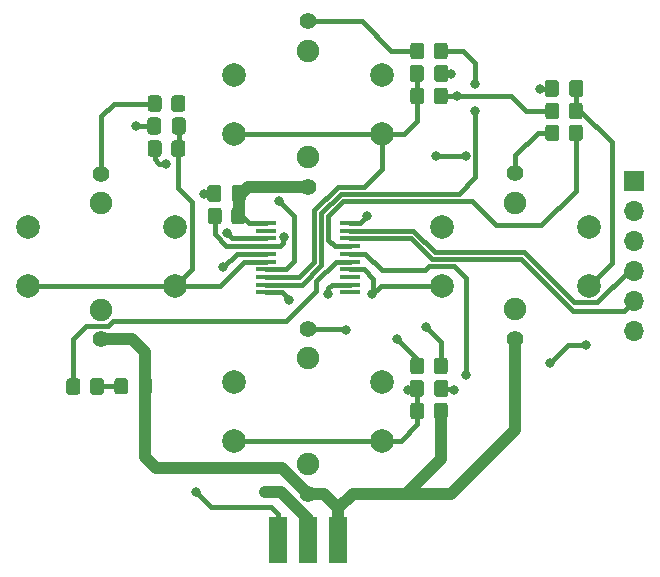
<source format=gtl>
G04 #@! TF.GenerationSoftware,KiCad,Pcbnew,(5.1.7)-1*
G04 #@! TF.CreationDate,2021-08-27T16:03:39+02:00*
G04 #@! TF.ProjectId,STEM,5354454d-2e6b-4696-9361-645f70636258,A*
G04 #@! TF.SameCoordinates,Original*
G04 #@! TF.FileFunction,Copper,L1,Top*
G04 #@! TF.FilePolarity,Positive*
%FSLAX46Y46*%
G04 Gerber Fmt 4.6, Leading zero omitted, Abs format (unit mm)*
G04 Created by KiCad (PCBNEW (5.1.7)-1) date 2021-08-27 16:03:39*
%MOMM*%
%LPD*%
G01*
G04 APERTURE LIST*
G04 #@! TA.AperFunction,WasherPad*
%ADD10C,1.900000*%
G04 #@! TD*
G04 #@! TA.AperFunction,ComponentPad*
%ADD11C,1.400000*%
G04 #@! TD*
G04 #@! TA.AperFunction,ComponentPad*
%ADD12C,2.000000*%
G04 #@! TD*
G04 #@! TA.AperFunction,ComponentPad*
%ADD13O,1.700000X1.700000*%
G04 #@! TD*
G04 #@! TA.AperFunction,ComponentPad*
%ADD14R,1.700000X1.700000*%
G04 #@! TD*
G04 #@! TA.AperFunction,SMDPad,CuDef*
%ADD15R,1.800000X0.450000*%
G04 #@! TD*
G04 #@! TA.AperFunction,SMDPad,CuDef*
%ADD16R,1.524000X4.000000*%
G04 #@! TD*
G04 #@! TA.AperFunction,ViaPad*
%ADD17C,0.800000*%
G04 #@! TD*
G04 #@! TA.AperFunction,Conductor*
%ADD18C,1.000000*%
G04 #@! TD*
G04 #@! TA.AperFunction,Conductor*
%ADD19C,0.400000*%
G04 #@! TD*
G04 APERTURE END LIST*
D10*
X122450000Y-132787000D03*
X122450000Y-123787000D03*
D11*
X122450000Y-121287000D03*
X122450000Y-135287000D03*
D12*
X116200000Y-125787000D03*
X116200000Y-130787000D03*
X128700000Y-125787000D03*
X128700000Y-130787000D03*
D10*
X140025000Y-119650000D03*
X140025000Y-110650000D03*
D11*
X140025000Y-108150000D03*
X140025000Y-122150000D03*
D12*
X133775000Y-112650000D03*
X133775000Y-117650000D03*
X146275000Y-112650000D03*
X146275000Y-117650000D03*
D10*
X104975000Y-119675000D03*
X104975000Y-110675000D03*
D11*
X104975000Y-108175000D03*
X104975000Y-122175000D03*
D12*
X98725000Y-112675000D03*
X98725000Y-117675000D03*
X111225000Y-112675000D03*
X111225000Y-117675000D03*
D10*
X122450000Y-106787000D03*
X122450000Y-97787000D03*
D11*
X122450000Y-95287000D03*
X122450000Y-109287000D03*
D12*
X116200000Y-99787000D03*
X116200000Y-104787000D03*
X128700000Y-99787000D03*
X128700000Y-104787000D03*
G04 #@! TA.AperFunction,SMDPad,CuDef*
G36*
G01*
X143745000Y-104264999D02*
X143745000Y-105165001D01*
G75*
G02*
X143495001Y-105415000I-249999J0D01*
G01*
X142794999Y-105415000D01*
G75*
G02*
X142545000Y-105165001I0J249999D01*
G01*
X142545000Y-104264999D01*
G75*
G02*
X142794999Y-104015000I249999J0D01*
G01*
X143495001Y-104015000D01*
G75*
G02*
X143745000Y-104264999I0J-249999D01*
G01*
G37*
G04 #@! TD.AperFunction*
G04 #@! TA.AperFunction,SMDPad,CuDef*
G36*
G01*
X145745000Y-104264999D02*
X145745000Y-105165001D01*
G75*
G02*
X145495001Y-105415000I-249999J0D01*
G01*
X144794999Y-105415000D01*
G75*
G02*
X144545000Y-105165001I0J249999D01*
G01*
X144545000Y-104264999D01*
G75*
G02*
X144794999Y-104015000I249999J0D01*
G01*
X145495001Y-104015000D01*
G75*
G02*
X145745000Y-104264999I0J-249999D01*
G01*
G37*
G04 #@! TD.AperFunction*
G04 #@! TA.AperFunction,SMDPad,CuDef*
G36*
G01*
X108890000Y-106495001D02*
X108890000Y-105594999D01*
G75*
G02*
X109139999Y-105345000I249999J0D01*
G01*
X109840001Y-105345000D01*
G75*
G02*
X110090000Y-105594999I0J-249999D01*
G01*
X110090000Y-106495001D01*
G75*
G02*
X109840001Y-106745000I-249999J0D01*
G01*
X109139999Y-106745000D01*
G75*
G02*
X108890000Y-106495001I0J249999D01*
G01*
G37*
G04 #@! TD.AperFunction*
G04 #@! TA.AperFunction,SMDPad,CuDef*
G36*
G01*
X110890000Y-106495001D02*
X110890000Y-105594999D01*
G75*
G02*
X111139999Y-105345000I249999J0D01*
G01*
X111840001Y-105345000D01*
G75*
G02*
X112090000Y-105594999I0J-249999D01*
G01*
X112090000Y-106495001D01*
G75*
G02*
X111840001Y-106745000I-249999J0D01*
G01*
X111139999Y-106745000D01*
G75*
G02*
X110890000Y-106495001I0J249999D01*
G01*
G37*
G04 #@! TD.AperFunction*
G04 #@! TA.AperFunction,SMDPad,CuDef*
G36*
G01*
X110940000Y-104615000D02*
X110940000Y-103665000D01*
G75*
G02*
X111190000Y-103415000I250000J0D01*
G01*
X111865000Y-103415000D01*
G75*
G02*
X112115000Y-103665000I0J-250000D01*
G01*
X112115000Y-104615000D01*
G75*
G02*
X111865000Y-104865000I-250000J0D01*
G01*
X111190000Y-104865000D01*
G75*
G02*
X110940000Y-104615000I0J250000D01*
G01*
G37*
G04 #@! TD.AperFunction*
G04 #@! TA.AperFunction,SMDPad,CuDef*
G36*
G01*
X108865000Y-104615000D02*
X108865000Y-103665000D01*
G75*
G02*
X109115000Y-103415000I250000J0D01*
G01*
X109790000Y-103415000D01*
G75*
G02*
X110040000Y-103665000I0J-250000D01*
G01*
X110040000Y-104615000D01*
G75*
G02*
X109790000Y-104865000I-250000J0D01*
G01*
X109115000Y-104865000D01*
G75*
G02*
X108865000Y-104615000I0J250000D01*
G01*
G37*
G04 #@! TD.AperFunction*
G04 #@! TA.AperFunction,SMDPad,CuDef*
G36*
G01*
X134315000Y-124009999D02*
X134315000Y-124910001D01*
G75*
G02*
X134065001Y-125160000I-249999J0D01*
G01*
X133364999Y-125160000D01*
G75*
G02*
X133115000Y-124910001I0J249999D01*
G01*
X133115000Y-124009999D01*
G75*
G02*
X133364999Y-123760000I249999J0D01*
G01*
X134065001Y-123760000D01*
G75*
G02*
X134315000Y-124009999I0J-249999D01*
G01*
G37*
G04 #@! TD.AperFunction*
G04 #@! TA.AperFunction,SMDPad,CuDef*
G36*
G01*
X132315000Y-124009999D02*
X132315000Y-124910001D01*
G75*
G02*
X132065001Y-125160000I-249999J0D01*
G01*
X131364999Y-125160000D01*
G75*
G02*
X131115000Y-124910001I0J249999D01*
G01*
X131115000Y-124009999D01*
G75*
G02*
X131364999Y-123760000I249999J0D01*
G01*
X132065001Y-123760000D01*
G75*
G02*
X132315000Y-124009999I0J-249999D01*
G01*
G37*
G04 #@! TD.AperFunction*
D13*
X150100000Y-121469600D03*
X150100000Y-118929600D03*
X150100000Y-116389600D03*
X150100000Y-113849600D03*
X150100000Y-111309600D03*
D14*
X150100000Y-108769600D03*
G04 #@! TA.AperFunction,SMDPad,CuDef*
G36*
G01*
X104000000Y-126648001D02*
X104000000Y-125747999D01*
G75*
G02*
X104249999Y-125498000I249999J0D01*
G01*
X104950001Y-125498000D01*
G75*
G02*
X105200000Y-125747999I0J-249999D01*
G01*
X105200000Y-126648001D01*
G75*
G02*
X104950001Y-126898000I-249999J0D01*
G01*
X104249999Y-126898000D01*
G75*
G02*
X104000000Y-126648001I0J249999D01*
G01*
G37*
G04 #@! TD.AperFunction*
G04 #@! TA.AperFunction,SMDPad,CuDef*
G36*
G01*
X102000000Y-126648001D02*
X102000000Y-125747999D01*
G75*
G02*
X102249999Y-125498000I249999J0D01*
G01*
X102950001Y-125498000D01*
G75*
G02*
X103200000Y-125747999I0J-249999D01*
G01*
X103200000Y-126648001D01*
G75*
G02*
X102950001Y-126898000I-249999J0D01*
G01*
X102249999Y-126898000D01*
G75*
G02*
X102000000Y-126648001I0J249999D01*
G01*
G37*
G04 #@! TD.AperFunction*
G04 #@! TA.AperFunction,SMDPad,CuDef*
G36*
G01*
X117195000Y-109380000D02*
X117195000Y-110330000D01*
G75*
G02*
X116945000Y-110580000I-250000J0D01*
G01*
X116270000Y-110580000D01*
G75*
G02*
X116020000Y-110330000I0J250000D01*
G01*
X116020000Y-109380000D01*
G75*
G02*
X116270000Y-109130000I250000J0D01*
G01*
X116945000Y-109130000D01*
G75*
G02*
X117195000Y-109380000I0J-250000D01*
G01*
G37*
G04 #@! TD.AperFunction*
G04 #@! TA.AperFunction,SMDPad,CuDef*
G36*
G01*
X115120000Y-109380000D02*
X115120000Y-110330000D01*
G75*
G02*
X114870000Y-110580000I-250000J0D01*
G01*
X114195000Y-110580000D01*
G75*
G02*
X113945000Y-110330000I0J250000D01*
G01*
X113945000Y-109380000D01*
G75*
G02*
X114195000Y-109130000I250000J0D01*
G01*
X114870000Y-109130000D01*
G75*
G02*
X115120000Y-109380000I0J-250000D01*
G01*
G37*
G04 #@! TD.AperFunction*
G04 #@! TA.AperFunction,SMDPad,CuDef*
G36*
G01*
X108130000Y-126618001D02*
X108130000Y-125717999D01*
G75*
G02*
X108379999Y-125468000I249999J0D01*
G01*
X109030001Y-125468000D01*
G75*
G02*
X109280000Y-125717999I0J-249999D01*
G01*
X109280000Y-126618001D01*
G75*
G02*
X109030001Y-126868000I-249999J0D01*
G01*
X108379999Y-126868000D01*
G75*
G02*
X108130000Y-126618001I0J249999D01*
G01*
G37*
G04 #@! TD.AperFunction*
G04 #@! TA.AperFunction,SMDPad,CuDef*
G36*
G01*
X106080000Y-126618001D02*
X106080000Y-125717999D01*
G75*
G02*
X106329999Y-125468000I249999J0D01*
G01*
X106980001Y-125468000D01*
G75*
G02*
X107230000Y-125717999I0J-249999D01*
G01*
X107230000Y-126618001D01*
G75*
G02*
X106980001Y-126868000I-249999J0D01*
G01*
X106329999Y-126868000D01*
G75*
G02*
X106080000Y-126618001I0J249999D01*
G01*
G37*
G04 #@! TD.AperFunction*
G04 #@! TA.AperFunction,SMDPad,CuDef*
G36*
G01*
X132315000Y-127819999D02*
X132315000Y-128720001D01*
G75*
G02*
X132065001Y-128970000I-249999J0D01*
G01*
X131364999Y-128970000D01*
G75*
G02*
X131115000Y-128720001I0J249999D01*
G01*
X131115000Y-127819999D01*
G75*
G02*
X131364999Y-127570000I249999J0D01*
G01*
X132065001Y-127570000D01*
G75*
G02*
X132315000Y-127819999I0J-249999D01*
G01*
G37*
G04 #@! TD.AperFunction*
G04 #@! TA.AperFunction,SMDPad,CuDef*
G36*
G01*
X134315000Y-127819999D02*
X134315000Y-128720001D01*
G75*
G02*
X134065001Y-128970000I-249999J0D01*
G01*
X133364999Y-128970000D01*
G75*
G02*
X133115000Y-128720001I0J249999D01*
G01*
X133115000Y-127819999D01*
G75*
G02*
X133364999Y-127570000I249999J0D01*
G01*
X134065001Y-127570000D01*
G75*
G02*
X134315000Y-127819999I0J-249999D01*
G01*
G37*
G04 #@! TD.AperFunction*
G04 #@! TA.AperFunction,SMDPad,CuDef*
G36*
G01*
X132315000Y-97339999D02*
X132315000Y-98240001D01*
G75*
G02*
X132065001Y-98490000I-249999J0D01*
G01*
X131364999Y-98490000D01*
G75*
G02*
X131115000Y-98240001I0J249999D01*
G01*
X131115000Y-97339999D01*
G75*
G02*
X131364999Y-97090000I249999J0D01*
G01*
X132065001Y-97090000D01*
G75*
G02*
X132315000Y-97339999I0J-249999D01*
G01*
G37*
G04 #@! TD.AperFunction*
G04 #@! TA.AperFunction,SMDPad,CuDef*
G36*
G01*
X134315000Y-97339999D02*
X134315000Y-98240001D01*
G75*
G02*
X134065001Y-98490000I-249999J0D01*
G01*
X133364999Y-98490000D01*
G75*
G02*
X133115000Y-98240001I0J249999D01*
G01*
X133115000Y-97339999D01*
G75*
G02*
X133364999Y-97090000I249999J0D01*
G01*
X134065001Y-97090000D01*
G75*
G02*
X134315000Y-97339999I0J-249999D01*
G01*
G37*
G04 #@! TD.AperFunction*
D15*
X118900000Y-112362000D03*
X118900000Y-113012000D03*
X118900000Y-113662000D03*
X118900000Y-114312000D03*
X118900000Y-114962000D03*
X118900000Y-115612000D03*
X118900000Y-116262000D03*
X118900000Y-116912000D03*
X118900000Y-117562000D03*
X118900000Y-118212000D03*
X126000000Y-118212000D03*
X126000000Y-117562000D03*
X126000000Y-116912000D03*
X126000000Y-116262000D03*
X126000000Y-115612000D03*
X126000000Y-114962000D03*
X126000000Y-114312000D03*
X126000000Y-113662000D03*
X126000000Y-113012000D03*
X126000000Y-112362000D03*
G04 #@! TA.AperFunction,SMDPad,CuDef*
G36*
G01*
X117170000Y-111309999D02*
X117170000Y-112210001D01*
G75*
G02*
X116920001Y-112460000I-249999J0D01*
G01*
X116219999Y-112460000D01*
G75*
G02*
X115970000Y-112210001I0J249999D01*
G01*
X115970000Y-111309999D01*
G75*
G02*
X116219999Y-111060000I249999J0D01*
G01*
X116920001Y-111060000D01*
G75*
G02*
X117170000Y-111309999I0J-249999D01*
G01*
G37*
G04 #@! TD.AperFunction*
G04 #@! TA.AperFunction,SMDPad,CuDef*
G36*
G01*
X115170000Y-111309999D02*
X115170000Y-112210001D01*
G75*
G02*
X114920001Y-112460000I-249999J0D01*
G01*
X114219999Y-112460000D01*
G75*
G02*
X113970000Y-112210001I0J249999D01*
G01*
X113970000Y-111309999D01*
G75*
G02*
X114219999Y-111060000I249999J0D01*
G01*
X114920001Y-111060000D01*
G75*
G02*
X115170000Y-111309999I0J-249999D01*
G01*
G37*
G04 #@! TD.AperFunction*
G04 #@! TA.AperFunction,SMDPad,CuDef*
G36*
G01*
X142545000Y-103320001D02*
X142545000Y-102419999D01*
G75*
G02*
X142794999Y-102170000I249999J0D01*
G01*
X143495001Y-102170000D01*
G75*
G02*
X143745000Y-102419999I0J-249999D01*
G01*
X143745000Y-103320001D01*
G75*
G02*
X143495001Y-103570000I-249999J0D01*
G01*
X142794999Y-103570000D01*
G75*
G02*
X142545000Y-103320001I0J249999D01*
G01*
G37*
G04 #@! TD.AperFunction*
G04 #@! TA.AperFunction,SMDPad,CuDef*
G36*
G01*
X144545000Y-103320001D02*
X144545000Y-102419999D01*
G75*
G02*
X144794999Y-102170000I249999J0D01*
G01*
X145495001Y-102170000D01*
G75*
G02*
X145745000Y-102419999I0J-249999D01*
G01*
X145745000Y-103320001D01*
G75*
G02*
X145495001Y-103570000I-249999J0D01*
G01*
X144794999Y-103570000D01*
G75*
G02*
X144545000Y-103320001I0J249999D01*
G01*
G37*
G04 #@! TD.AperFunction*
G04 #@! TA.AperFunction,SMDPad,CuDef*
G36*
G01*
X134340000Y-125890000D02*
X134340000Y-126840000D01*
G75*
G02*
X134090000Y-127090000I-250000J0D01*
G01*
X133415000Y-127090000D01*
G75*
G02*
X133165000Y-126840000I0J250000D01*
G01*
X133165000Y-125890000D01*
G75*
G02*
X133415000Y-125640000I250000J0D01*
G01*
X134090000Y-125640000D01*
G75*
G02*
X134340000Y-125890000I0J-250000D01*
G01*
G37*
G04 #@! TD.AperFunction*
G04 #@! TA.AperFunction,SMDPad,CuDef*
G36*
G01*
X132265000Y-125890000D02*
X132265000Y-126840000D01*
G75*
G02*
X132015000Y-127090000I-250000J0D01*
G01*
X131340000Y-127090000D01*
G75*
G02*
X131090000Y-126840000I0J250000D01*
G01*
X131090000Y-125890000D01*
G75*
G02*
X131340000Y-125640000I250000J0D01*
G01*
X132015000Y-125640000D01*
G75*
G02*
X132265000Y-125890000I0J-250000D01*
G01*
G37*
G04 #@! TD.AperFunction*
G04 #@! TA.AperFunction,SMDPad,CuDef*
G36*
G01*
X134315000Y-101149999D02*
X134315000Y-102050001D01*
G75*
G02*
X134065001Y-102300000I-249999J0D01*
G01*
X133364999Y-102300000D01*
G75*
G02*
X133115000Y-102050001I0J249999D01*
G01*
X133115000Y-101149999D01*
G75*
G02*
X133364999Y-100900000I249999J0D01*
G01*
X134065001Y-100900000D01*
G75*
G02*
X134315000Y-101149999I0J-249999D01*
G01*
G37*
G04 #@! TD.AperFunction*
G04 #@! TA.AperFunction,SMDPad,CuDef*
G36*
G01*
X132315000Y-101149999D02*
X132315000Y-102050001D01*
G75*
G02*
X132065001Y-102300000I-249999J0D01*
G01*
X131364999Y-102300000D01*
G75*
G02*
X131115000Y-102050001I0J249999D01*
G01*
X131115000Y-101149999D01*
G75*
G02*
X131364999Y-100900000I249999J0D01*
G01*
X132065001Y-100900000D01*
G75*
G02*
X132315000Y-101149999I0J-249999D01*
G01*
G37*
G04 #@! TD.AperFunction*
G04 #@! TA.AperFunction,SMDPad,CuDef*
G36*
G01*
X110090000Y-101784999D02*
X110090000Y-102685001D01*
G75*
G02*
X109840001Y-102935000I-249999J0D01*
G01*
X109139999Y-102935000D01*
G75*
G02*
X108890000Y-102685001I0J249999D01*
G01*
X108890000Y-101784999D01*
G75*
G02*
X109139999Y-101535000I249999J0D01*
G01*
X109840001Y-101535000D01*
G75*
G02*
X110090000Y-101784999I0J-249999D01*
G01*
G37*
G04 #@! TD.AperFunction*
G04 #@! TA.AperFunction,SMDPad,CuDef*
G36*
G01*
X112090000Y-101784999D02*
X112090000Y-102685001D01*
G75*
G02*
X111840001Y-102935000I-249999J0D01*
G01*
X111139999Y-102935000D01*
G75*
G02*
X110890000Y-102685001I0J249999D01*
G01*
X110890000Y-101784999D01*
G75*
G02*
X111139999Y-101535000I249999J0D01*
G01*
X111840001Y-101535000D01*
G75*
G02*
X112090000Y-101784999I0J-249999D01*
G01*
G37*
G04 #@! TD.AperFunction*
G04 #@! TA.AperFunction,SMDPad,CuDef*
G36*
G01*
X134340000Y-99220000D02*
X134340000Y-100170000D01*
G75*
G02*
X134090000Y-100420000I-250000J0D01*
G01*
X133415000Y-100420000D01*
G75*
G02*
X133165000Y-100170000I0J250000D01*
G01*
X133165000Y-99220000D01*
G75*
G02*
X133415000Y-98970000I250000J0D01*
G01*
X134090000Y-98970000D01*
G75*
G02*
X134340000Y-99220000I0J-250000D01*
G01*
G37*
G04 #@! TD.AperFunction*
G04 #@! TA.AperFunction,SMDPad,CuDef*
G36*
G01*
X132265000Y-99220000D02*
X132265000Y-100170000D01*
G75*
G02*
X132015000Y-100420000I-250000J0D01*
G01*
X131340000Y-100420000D01*
G75*
G02*
X131090000Y-100170000I0J250000D01*
G01*
X131090000Y-99220000D01*
G75*
G02*
X131340000Y-98970000I250000J0D01*
G01*
X132015000Y-98970000D01*
G75*
G02*
X132265000Y-99220000I0J-250000D01*
G01*
G37*
G04 #@! TD.AperFunction*
D16*
X119960000Y-139158000D03*
X122500000Y-139158000D03*
X125040000Y-139158000D03*
G04 #@! TA.AperFunction,SMDPad,CuDef*
G36*
G01*
X144595000Y-101440000D02*
X144595000Y-100490000D01*
G75*
G02*
X144845000Y-100240000I250000J0D01*
G01*
X145520000Y-100240000D01*
G75*
G02*
X145770000Y-100490000I0J-250000D01*
G01*
X145770000Y-101440000D01*
G75*
G02*
X145520000Y-101690000I-250000J0D01*
G01*
X144845000Y-101690000D01*
G75*
G02*
X144595000Y-101440000I0J250000D01*
G01*
G37*
G04 #@! TD.AperFunction*
G04 #@! TA.AperFunction,SMDPad,CuDef*
G36*
G01*
X142520000Y-101440000D02*
X142520000Y-100490000D01*
G75*
G02*
X142770000Y-100240000I250000J0D01*
G01*
X143445000Y-100240000D01*
G75*
G02*
X143695000Y-100490000I0J-250000D01*
G01*
X143695000Y-101440000D01*
G75*
G02*
X143445000Y-101690000I-250000J0D01*
G01*
X142770000Y-101690000D01*
G75*
G02*
X142520000Y-101440000I0J250000D01*
G01*
G37*
G04 #@! TD.AperFunction*
D17*
X110490000Y-107315000D03*
X118177000Y-109287000D03*
X135128000Y-101600000D03*
X107950000Y-104140000D03*
X134620000Y-99695000D03*
X127442000Y-111760000D03*
X134874000Y-126492000D03*
X113665000Y-109855000D03*
X142113000Y-100965000D03*
X118872000Y-135128000D03*
X120400002Y-113538000D03*
X133350000Y-106680000D03*
X135852000Y-106680000D03*
X113030000Y-135128000D03*
X115627686Y-113226314D03*
X120904000Y-118872000D03*
X124206000Y-118364000D03*
X115316000Y-116078000D03*
X132466802Y-121152188D03*
X120015000Y-110490000D03*
X111490000Y-102235000D03*
X136652000Y-102870000D03*
X136652000Y-100584000D03*
X127900000Y-118364000D03*
X143002000Y-124206000D03*
X146050000Y-122720010D03*
X135850000Y-125250000D03*
X130900000Y-126475000D03*
X130048000Y-122174000D03*
X125730000Y-121412000D03*
D18*
X104975000Y-122175000D02*
X107570000Y-122175000D01*
X108705000Y-123310000D02*
X108705000Y-126168000D01*
X107570000Y-122175000D02*
X108705000Y-123310000D01*
X125040000Y-137675998D02*
X125040000Y-139158000D01*
X108705000Y-126168000D02*
X108705000Y-132200000D01*
X122450000Y-135287000D02*
X123857000Y-135287000D01*
X125040000Y-136470000D02*
X125040000Y-139158000D01*
X123857000Y-135287000D02*
X125040000Y-136470000D01*
X140025000Y-122150000D02*
X140025000Y-129850000D01*
X140025000Y-129850000D02*
X134620000Y-135255000D01*
X126255000Y-135255000D02*
X125040000Y-136470000D01*
X133715000Y-132350000D02*
X130810000Y-135255000D01*
X133715000Y-128270000D02*
X133715000Y-132350000D01*
X130810000Y-135255000D02*
X126255000Y-135255000D01*
X134620000Y-135255000D02*
X130810000Y-135255000D01*
X116607500Y-111722500D02*
X116570000Y-111760000D01*
X116607500Y-109855000D02*
X116607500Y-111722500D01*
X116607500Y-109855000D02*
X116840000Y-109855000D01*
X116840000Y-109855000D02*
X117408000Y-109287000D01*
D19*
X109490000Y-106045000D02*
X109490000Y-106950000D01*
X109855000Y-107315000D02*
X110490000Y-107315000D01*
X109490000Y-106950000D02*
X109855000Y-107315000D01*
D18*
X118177000Y-109287000D02*
X122450000Y-109287000D01*
X117408000Y-109287000D02*
X118177000Y-109287000D01*
D19*
X118900000Y-112362000D02*
X117508000Y-112362000D01*
X116906000Y-111760000D02*
X116570000Y-111760000D01*
X117508000Y-112362000D02*
X116906000Y-111760000D01*
X140970000Y-102870000D02*
X143145000Y-102870000D01*
X139700000Y-101600000D02*
X140970000Y-102870000D01*
X135128000Y-101600000D02*
X139700000Y-101600000D01*
X133715000Y-101600000D02*
X135128000Y-101600000D01*
D18*
X122450000Y-135287000D02*
X120259000Y-133096000D01*
X109601000Y-133096000D02*
X108705000Y-132200000D01*
X120259000Y-133096000D02*
X109601000Y-133096000D01*
D19*
X109452500Y-104140000D02*
X107950000Y-104140000D01*
X133752500Y-99695000D02*
X134620000Y-99695000D01*
X126840000Y-112362000D02*
X127442000Y-111760000D01*
X126000000Y-112362000D02*
X126840000Y-112362000D01*
X133752500Y-126365000D02*
X134493000Y-126365000D01*
X134620000Y-126492000D02*
X134874000Y-126492000D01*
X134493000Y-126365000D02*
X134620000Y-126492000D01*
X114532500Y-109855000D02*
X113665000Y-109855000D01*
X143107500Y-100965000D02*
X142113000Y-100965000D01*
D18*
X122500000Y-139158000D02*
X122500000Y-137409002D01*
X122500000Y-137409002D02*
X120218998Y-135128000D01*
X120218998Y-135128000D02*
X118872000Y-135128000D01*
D19*
X117600000Y-114312000D02*
X117588000Y-114300000D01*
X118900000Y-114312000D02*
X117600000Y-114312000D01*
X117588000Y-114300000D02*
X115570000Y-114300000D01*
X114570000Y-113300000D02*
X114570000Y-111760000D01*
X115570000Y-114300000D02*
X114570000Y-113300000D01*
X120095002Y-114312000D02*
X120396000Y-114011002D01*
X118900000Y-114312000D02*
X120095002Y-114312000D01*
X120396000Y-113542002D02*
X120400002Y-113538000D01*
X120396000Y-114011002D02*
X120396000Y-113542002D01*
X135890000Y-106680000D02*
X135852000Y-106680000D01*
X133350000Y-106680000D02*
X135890000Y-106680000D01*
X102600000Y-122190000D02*
X102600000Y-126198000D01*
X103715001Y-121074999D02*
X102600000Y-122190000D01*
X105573003Y-121074999D02*
X103715001Y-121074999D01*
X105998002Y-120650000D02*
X105573003Y-121074999D01*
X120650000Y-120650000D02*
X105998002Y-120650000D01*
X123190000Y-117226998D02*
X123190000Y-118110000D01*
X124804998Y-115612000D02*
X123190000Y-117226998D01*
X123190000Y-118110000D02*
X120650000Y-120650000D01*
X126000000Y-115612000D02*
X124804998Y-115612000D01*
X126000000Y-113662000D02*
X131188000Y-113662000D01*
X144907555Y-119779599D02*
X149250001Y-119779599D01*
X132934011Y-115408011D02*
X140535968Y-115408011D01*
X140535968Y-115408011D02*
X144907555Y-119779599D01*
X131188000Y-113662000D02*
X132934011Y-115408011D01*
X149250001Y-119779599D02*
X150100000Y-118929600D01*
X146947001Y-119050001D02*
X149607402Y-116389600D01*
X145026500Y-119050001D02*
X146947001Y-119050001D01*
X131386543Y-113012000D02*
X133182543Y-114808000D01*
X126000000Y-113012000D02*
X131386543Y-113012000D01*
X149607402Y-116389600D02*
X150100000Y-116389600D01*
X133182543Y-114808000D02*
X140784499Y-114808000D01*
X140784499Y-114808000D02*
X145026500Y-119050001D01*
X143145000Y-104715000D02*
X141919000Y-104715000D01*
X140025000Y-106609000D02*
X140025000Y-108150000D01*
X141919000Y-104715000D02*
X140025000Y-106609000D01*
X119960000Y-139158000D02*
X119960000Y-136978000D01*
X119960000Y-136978000D02*
X119380000Y-136398000D01*
X119380000Y-136398000D02*
X114300000Y-136398000D01*
X114300000Y-136398000D02*
X113030000Y-135128000D01*
X116063372Y-113662000D02*
X115627686Y-113226314D01*
X118900000Y-113662000D02*
X116063372Y-113662000D01*
X118900000Y-118212000D02*
X120244000Y-118212000D01*
X120244000Y-118212000D02*
X120904000Y-118872000D01*
X126000000Y-117562000D02*
X124500000Y-117562000D01*
X124206000Y-117856000D02*
X124206000Y-118364000D01*
X124500000Y-117562000D02*
X124206000Y-117856000D01*
X118900000Y-114962000D02*
X116432000Y-114962000D01*
X116432000Y-114962000D02*
X115316000Y-116078000D01*
X133715000Y-122400386D02*
X132466802Y-121152188D01*
X133715000Y-124460000D02*
X133715000Y-122400386D01*
X111527500Y-106007500D02*
X111490000Y-106045000D01*
X111527500Y-104140000D02*
X111527500Y-106007500D01*
X117052000Y-115612000D02*
X118900000Y-115612000D01*
X114989000Y-117675000D02*
X117052000Y-115612000D01*
X111225000Y-117675000D02*
X114989000Y-117675000D01*
X98725000Y-117675000D02*
X111225000Y-117675000D01*
X112625001Y-116274999D02*
X111225000Y-117675000D01*
X112625001Y-110550001D02*
X112625001Y-116274999D01*
X111490000Y-109415000D02*
X112625001Y-110550001D01*
X111490000Y-106045000D02*
X111490000Y-109415000D01*
X118900000Y-116262000D02*
X120593000Y-116262000D01*
X120593000Y-116262000D02*
X121285000Y-115570000D01*
X121285000Y-115570000D02*
X121285000Y-111760000D01*
X121285000Y-111760000D02*
X120015000Y-110490000D01*
X131585500Y-99787000D02*
X131677500Y-99695000D01*
X131677500Y-101562500D02*
X131715000Y-101600000D01*
X131677500Y-99695000D02*
X131677500Y-101562500D01*
X120263990Y-116961990D02*
X121711468Y-116961990D01*
X120214000Y-116912000D02*
X120263990Y-116961990D01*
X128700000Y-107774000D02*
X128700000Y-104787000D01*
X118900000Y-116912000D02*
X120214000Y-116912000D01*
X121711468Y-116961990D02*
X123005980Y-115667478D01*
X123005980Y-115667478D02*
X123005981Y-111262935D01*
X123005981Y-111262935D02*
X124978936Y-109289980D01*
X124978936Y-109289980D02*
X127184020Y-109289980D01*
X127184020Y-109289980D02*
X128700000Y-107774000D01*
X116200000Y-104787000D02*
X128700000Y-104787000D01*
X131715000Y-101600000D02*
X131715000Y-103685000D01*
X130613000Y-104787000D02*
X128700000Y-104787000D01*
X131715000Y-103685000D02*
X130613000Y-104787000D01*
X133715000Y-97790000D02*
X135636000Y-97790000D01*
X136652000Y-98806000D02*
X135636000Y-97790000D01*
X136652000Y-100584000D02*
X136652000Y-98806000D01*
X125227468Y-109889990D02*
X131410010Y-109889990D01*
X123605990Y-111511468D02*
X125227468Y-109889990D01*
X118900000Y-117562000D02*
X121960000Y-117562000D01*
X121960000Y-117562000D02*
X123605990Y-115916010D01*
X135220010Y-109889990D02*
X136652000Y-108458000D01*
X131410010Y-109889990D02*
X135128000Y-109889990D01*
X123605990Y-115916010D02*
X123605990Y-111511468D01*
X135128000Y-109889990D02*
X135220010Y-109889990D01*
X136652000Y-108458000D02*
X136652000Y-102870000D01*
X145145000Y-101002500D02*
X145182500Y-100965000D01*
X145145000Y-102870000D02*
X145145000Y-101002500D01*
X127195002Y-116262000D02*
X128016000Y-117082998D01*
X126000000Y-116262000D02*
X127195002Y-116262000D01*
X128016000Y-118248000D02*
X127900000Y-118364000D01*
X128016000Y-117082998D02*
X128016000Y-118248000D01*
X143002000Y-124206000D02*
X144487990Y-122720010D01*
X144487990Y-122720010D02*
X146050000Y-122720010D01*
X145542000Y-102870000D02*
X145145000Y-102870000D01*
X148200000Y-105528000D02*
X145542000Y-102870000D01*
X148200000Y-115725000D02*
X148200000Y-105528000D01*
X146275000Y-117650000D02*
X148200000Y-115725000D01*
X128614000Y-117650000D02*
X127900000Y-118364000D01*
X133775000Y-117650000D02*
X128614000Y-117650000D01*
X131677500Y-128232500D02*
X131715000Y-128270000D01*
X131677500Y-126365000D02*
X131677500Y-128232500D01*
X127300000Y-114962000D02*
X128700000Y-116362000D01*
X126000000Y-114962000D02*
X127300000Y-114962000D01*
X116200000Y-130787000D02*
X128700000Y-130787000D01*
X132363000Y-116362000D02*
X132716979Y-116008021D01*
X128700000Y-116362000D02*
X132363000Y-116362000D01*
X132716979Y-116008021D02*
X134858021Y-116008021D01*
X134858021Y-116008021D02*
X135850000Y-117000000D01*
X135850000Y-117000000D02*
X135850000Y-125225000D01*
X135850000Y-125225000D02*
X135850000Y-125250000D01*
X131567500Y-126475000D02*
X131677500Y-126365000D01*
X130900000Y-126475000D02*
X131567500Y-126475000D01*
X128700000Y-130787000D02*
X130338000Y-130787000D01*
X131715000Y-129410000D02*
X131715000Y-128270000D01*
X130338000Y-130787000D02*
X131715000Y-129410000D01*
X126000000Y-114312000D02*
X124726000Y-114312000D01*
X124726000Y-114312000D02*
X124206000Y-113792000D01*
X124206000Y-113792000D02*
X124206000Y-111760000D01*
X124206000Y-111760000D02*
X125476000Y-110490000D01*
X125476000Y-110490000D02*
X136398000Y-110490000D01*
X136398000Y-110490000D02*
X138430000Y-112522000D01*
X138430000Y-112522000D02*
X142240000Y-112522000D01*
X145145000Y-109617000D02*
X145145000Y-104715000D01*
X142240000Y-112522000D02*
X145145000Y-109617000D01*
X122450000Y-95287000D02*
X127037000Y-95287000D01*
X129540000Y-97790000D02*
X131715000Y-97790000D01*
X127037000Y-95287000D02*
X129540000Y-97790000D01*
X104630000Y-126168000D02*
X104600000Y-126198000D01*
X106655000Y-126168000D02*
X104630000Y-126168000D01*
X131715000Y-124460000D02*
X131715000Y-123841000D01*
X131715000Y-123841000D02*
X130048000Y-122174000D01*
X125605000Y-121287000D02*
X125730000Y-121412000D01*
X122450000Y-121287000D02*
X125605000Y-121287000D01*
X104975000Y-108175000D02*
X104975000Y-103305000D01*
X106045000Y-102235000D02*
X109490000Y-102235000D01*
X104975000Y-103305000D02*
X106045000Y-102235000D01*
M02*

</source>
